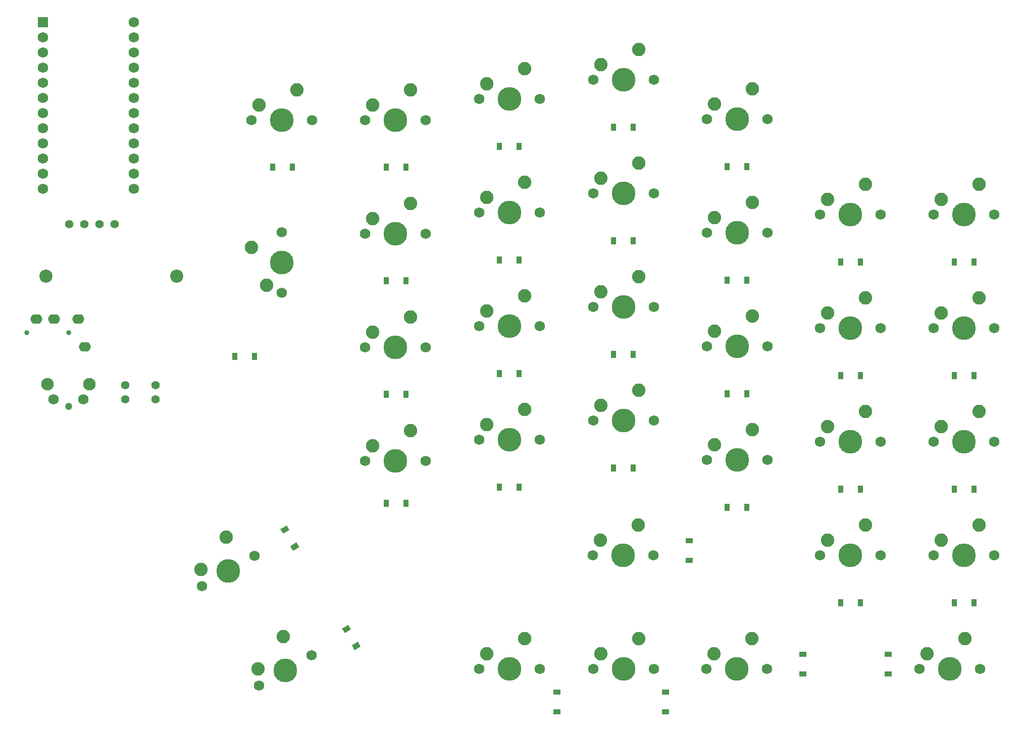
<source format=gbs>
G04 #@! TF.GenerationSoftware,KiCad,Pcbnew,5.1.10*
G04 #@! TF.CreationDate,2021-07-11T16:16:24-04:00*
G04 #@! TF.ProjectId,v02_right,7630325f-7269-4676-9874-2e6b69636164,rev?*
G04 #@! TF.SameCoordinates,Original*
G04 #@! TF.FileFunction,Soldermask,Bot*
G04 #@! TF.FilePolarity,Negative*
%FSLAX46Y46*%
G04 Gerber Fmt 4.6, Leading zero omitted, Abs format (unit mm)*
G04 Created by KiCad (PCBNEW 5.1.10) date 2021-07-11 16:16:24*
%MOMM*%
%LPD*%
G01*
G04 APERTURE LIST*
%ADD10C,1.200000*%
%ADD11C,2.100000*%
%ADD12C,1.750000*%
%ADD13O,2.000000X1.600000*%
%ADD14C,0.800000*%
%ADD15C,2.200000*%
%ADD16C,2.250000*%
%ADD17C,3.987800*%
%ADD18C,0.100000*%
%ADD19R,1.200000X0.900000*%
%ADD20R,0.900000X1.200000*%
%ADD21C,1.397000*%
%ADD22R,1.752600X1.752600*%
%ADD23C,1.752600*%
G04 APERTURE END LIST*
D10*
X-177918750Y-91697500D03*
D11*
X-174418750Y-87997500D03*
D12*
X-175418750Y-90487500D03*
X-180418750Y-90487500D03*
D11*
X-181428750Y-87997500D03*
D13*
X-180331250Y-77075000D03*
D14*
X-184931250Y-79375000D03*
X-177931250Y-79375000D03*
D13*
X-183331250Y-77075000D03*
X-176331250Y-77075000D03*
X-175231250Y-81675000D03*
D15*
X-159800000Y-69850000D03*
X-181750000Y-69850000D03*
D16*
X-101490000Y-73197500D03*
D17*
X-104030000Y-78277500D03*
D16*
X-107840000Y-75737500D03*
D12*
X-109110000Y-78277500D03*
X-98950000Y-78277500D03*
D16*
X-101435000Y-130651250D03*
D17*
X-103975000Y-135731250D03*
D16*
X-107785000Y-133191250D03*
D12*
X-109055000Y-135731250D03*
X-98895000Y-135731250D03*
D16*
X-82385000Y-111601250D03*
D17*
X-84925000Y-116681250D03*
D16*
X-88735000Y-114141250D03*
D12*
X-90005000Y-116681250D03*
X-79845000Y-116681250D03*
D16*
X-63335000Y-130651250D03*
D17*
X-65875000Y-135731250D03*
D16*
X-69685000Y-133191250D03*
D12*
X-70955000Y-135731250D03*
X-60795000Y-135731250D03*
D16*
X-63303750Y-95578000D03*
D17*
X-65843750Y-100658000D03*
D16*
X-69653750Y-98118000D03*
D12*
X-70923750Y-100658000D03*
X-60763750Y-100658000D03*
D16*
X-63303750Y-76528000D03*
D17*
X-65843750Y-81608000D03*
D16*
X-69653750Y-79068000D03*
D12*
X-70923750Y-81608000D03*
X-60763750Y-81608000D03*
D16*
X-63303750Y-38428000D03*
D17*
X-65843750Y-43508000D03*
D16*
X-69653750Y-40968000D03*
D12*
X-70923750Y-43508000D03*
X-60763750Y-43508000D03*
D16*
X-25241250Y-111601250D03*
D17*
X-27781250Y-116681250D03*
D16*
X-31591250Y-114141250D03*
D12*
X-32861250Y-116681250D03*
X-22701250Y-116681250D03*
D16*
X-27622500Y-130651250D03*
D17*
X-30162500Y-135731250D03*
D16*
X-33972500Y-133191250D03*
D12*
X-35242500Y-135731250D03*
X-25082500Y-135731250D03*
D18*
G36*
X-130580385Y-129104519D02*
G01*
X-131619615Y-129704519D01*
X-132069615Y-128925097D01*
X-131030385Y-128325097D01*
X-130580385Y-129104519D01*
G37*
G36*
X-128930385Y-131962403D02*
G01*
X-129969615Y-132562403D01*
X-130419615Y-131782981D01*
X-129380385Y-131182981D01*
X-128930385Y-131962403D01*
G37*
D19*
X-96043750Y-139637500D03*
X-96043750Y-142937500D03*
X-77787500Y-139637500D03*
X-77787500Y-142937500D03*
X-73818750Y-114237500D03*
X-73818750Y-117537500D03*
X-54768750Y-133287500D03*
X-54768750Y-136587500D03*
X-40481250Y-133287500D03*
X-40481250Y-136587500D03*
D18*
G36*
X-140899135Y-112435769D02*
G01*
X-141938365Y-113035769D01*
X-142388365Y-112256347D01*
X-141349135Y-111656347D01*
X-140899135Y-112435769D01*
G37*
G36*
X-139249135Y-115293653D02*
G01*
X-140288365Y-115893653D01*
X-140738365Y-115114231D01*
X-139699135Y-114514231D01*
X-139249135Y-115293653D01*
G37*
D20*
X-121381250Y-107950000D03*
X-124681250Y-107950000D03*
X-102380000Y-105265000D03*
X-105680000Y-105265000D03*
X-83230000Y-102040000D03*
X-86530000Y-102040000D03*
X-64230000Y-108640000D03*
X-67530000Y-108640000D03*
X-45181250Y-124618750D03*
X-48481250Y-124618750D03*
X-26131250Y-124618750D03*
X-29431250Y-124618750D03*
X-146781250Y-83343750D03*
X-150081250Y-83343750D03*
X-121381250Y-89693750D03*
X-124681250Y-89693750D03*
X-102380000Y-86215000D03*
X-105680000Y-86215000D03*
X-83230000Y-82990000D03*
X-86530000Y-82990000D03*
X-64230000Y-89590000D03*
X-67530000Y-89590000D03*
X-45181250Y-105568750D03*
X-48481250Y-105568750D03*
X-26131250Y-105568750D03*
X-29431250Y-105568750D03*
X-121381250Y-70643750D03*
X-124681250Y-70643750D03*
X-102380000Y-67165000D03*
X-105680000Y-67165000D03*
X-83230000Y-63940000D03*
X-86530000Y-63940000D03*
X-64230000Y-70540000D03*
X-67530000Y-70540000D03*
X-45181250Y-86518750D03*
X-48481250Y-86518750D03*
X-26131250Y-86518750D03*
X-29431250Y-86518750D03*
X-140431250Y-51593750D03*
X-143731250Y-51593750D03*
X-121381250Y-51593750D03*
X-124681250Y-51593750D03*
X-102380000Y-48115000D03*
X-105680000Y-48115000D03*
X-83230000Y-44890000D03*
X-86530000Y-44890000D03*
X-64230000Y-51490000D03*
X-67530000Y-51490000D03*
X-45181250Y-67468750D03*
X-48481250Y-67468750D03*
X-26131250Y-67468750D03*
X-29431250Y-67468750D03*
D16*
X-147260000Y-64991000D03*
D17*
X-142180000Y-67531000D03*
D16*
X-144720000Y-71341000D03*
D12*
X-142180000Y-72611000D03*
X-142180000Y-62451000D03*
D16*
X-120590000Y-57676000D03*
D17*
X-123130000Y-62756000D03*
D16*
X-126940000Y-60216000D03*
D12*
X-128210000Y-62756000D03*
X-118050000Y-62756000D03*
D16*
X-63303750Y-57478000D03*
D17*
X-65843750Y-62558000D03*
D16*
X-69653750Y-60018000D03*
D12*
X-70923750Y-62558000D03*
X-60763750Y-62558000D03*
D16*
X-120590000Y-38626000D03*
D17*
X-123130000Y-43706000D03*
D16*
X-126940000Y-41166000D03*
D12*
X-128210000Y-43706000D03*
X-118050000Y-43706000D03*
D21*
X-168433750Y-88106250D03*
X-163353750Y-88106250D03*
X-163353750Y-90487500D03*
X-168433750Y-90487500D03*
X-170180000Y-61118750D03*
X-172720000Y-61118750D03*
X-175260000Y-61118750D03*
X-177800000Y-61118750D03*
D22*
X-182245000Y-27305000D03*
D23*
X-182245000Y-29845000D03*
X-182245000Y-32385000D03*
X-182245000Y-34925000D03*
X-182245000Y-37465000D03*
X-182245000Y-40005000D03*
X-182245000Y-42545000D03*
X-182245000Y-45085000D03*
X-182245000Y-47625000D03*
X-182245000Y-50165000D03*
X-182245000Y-52705000D03*
X-167005000Y-55245000D03*
X-167005000Y-52705000D03*
X-167005000Y-50165000D03*
X-167005000Y-47625000D03*
X-167005000Y-45085000D03*
X-167005000Y-42545000D03*
X-167005000Y-40005000D03*
X-167005000Y-37465000D03*
X-167005000Y-34925000D03*
X-167005000Y-32385000D03*
X-167005000Y-29845000D03*
X-182245000Y-55245000D03*
X-167005000Y-27305000D03*
D16*
X-141952795Y-130330591D03*
D17*
X-141612500Y-136000000D03*
D16*
X-146182057Y-135705295D03*
D12*
X-146011909Y-138540000D03*
X-137213091Y-133460000D03*
D16*
X-82321500Y-130663250D03*
D17*
X-84861500Y-135743250D03*
D16*
X-88671500Y-133203250D03*
D12*
X-89941500Y-135743250D03*
X-79781500Y-135743250D03*
D16*
X-151477795Y-113661841D03*
D17*
X-151137500Y-119331250D03*
D16*
X-155707057Y-119036545D03*
D12*
X-155536909Y-121871250D03*
X-146738091Y-116791250D03*
D16*
X-120590000Y-95776000D03*
D17*
X-123130000Y-100856000D03*
D16*
X-126940000Y-98316000D03*
D12*
X-128210000Y-100856000D03*
X-118050000Y-100856000D03*
D16*
X-101490000Y-92247500D03*
D17*
X-104030000Y-97327500D03*
D16*
X-107840000Y-94787500D03*
D12*
X-109110000Y-97327500D03*
X-98950000Y-97327500D03*
D16*
X-82340000Y-88990750D03*
D17*
X-84880000Y-94070750D03*
D16*
X-88690000Y-91530750D03*
D12*
X-89960000Y-94070750D03*
X-79800000Y-94070750D03*
D16*
X-44291250Y-111601250D03*
D17*
X-46831250Y-116681250D03*
D16*
X-50641250Y-114141250D03*
D12*
X-51911250Y-116681250D03*
X-41751250Y-116681250D03*
D16*
X-120590000Y-76726000D03*
D17*
X-123130000Y-81806000D03*
D16*
X-126940000Y-79266000D03*
D12*
X-128210000Y-81806000D03*
X-118050000Y-81806000D03*
D16*
X-82340000Y-69940750D03*
D17*
X-84880000Y-75020750D03*
D16*
X-88690000Y-72480750D03*
D12*
X-89960000Y-75020750D03*
X-79800000Y-75020750D03*
D16*
X-44291250Y-92551250D03*
D17*
X-46831250Y-97631250D03*
D16*
X-50641250Y-95091250D03*
D12*
X-51911250Y-97631250D03*
X-41751250Y-97631250D03*
D16*
X-25241250Y-92551250D03*
D17*
X-27781250Y-97631250D03*
D16*
X-31591250Y-95091250D03*
D12*
X-32861250Y-97631250D03*
X-22701250Y-97631250D03*
D16*
X-101490000Y-54147500D03*
D17*
X-104030000Y-59227500D03*
D16*
X-107840000Y-56687500D03*
D12*
X-109110000Y-59227500D03*
X-98950000Y-59227500D03*
D16*
X-82340000Y-50890750D03*
D17*
X-84880000Y-55970750D03*
D16*
X-88690000Y-53430750D03*
D12*
X-89960000Y-55970750D03*
X-79800000Y-55970750D03*
D16*
X-44291250Y-73501250D03*
D17*
X-46831250Y-78581250D03*
D16*
X-50641250Y-76041250D03*
D12*
X-51911250Y-78581250D03*
X-41751250Y-78581250D03*
D16*
X-25241250Y-73501250D03*
D17*
X-27781250Y-78581250D03*
D16*
X-31591250Y-76041250D03*
D12*
X-32861250Y-78581250D03*
X-22701250Y-78581250D03*
D16*
X-139640000Y-38638500D03*
D17*
X-142180000Y-43718500D03*
D16*
X-145990000Y-41178500D03*
D12*
X-147260000Y-43718500D03*
X-137100000Y-43718500D03*
D16*
X-101490000Y-35097500D03*
D17*
X-104030000Y-40177500D03*
D16*
X-107840000Y-37637500D03*
D12*
X-109110000Y-40177500D03*
X-98950000Y-40177500D03*
D16*
X-82340000Y-31840750D03*
D17*
X-84880000Y-36920750D03*
D16*
X-88690000Y-34380750D03*
D12*
X-89960000Y-36920750D03*
X-79800000Y-36920750D03*
D16*
X-44291250Y-54451250D03*
D17*
X-46831250Y-59531250D03*
D16*
X-50641250Y-56991250D03*
D12*
X-51911250Y-59531250D03*
X-41751250Y-59531250D03*
D16*
X-25241250Y-54451250D03*
D17*
X-27781250Y-59531250D03*
D16*
X-31591250Y-56991250D03*
D12*
X-32861250Y-59531250D03*
X-22701250Y-59531250D03*
M02*

</source>
